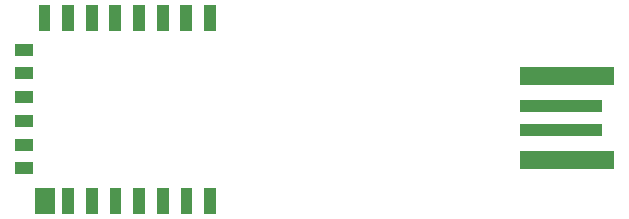
<source format=gtp>
G04 Layer: TopPasteMaskLayer*
G04 EasyEDA v6.1.52, Mon, 22 Jul 2019 07:30:32 GMT*
G04 48bfd73402ea4c338a6de7f667507198,62ece946848449f3960951035e99d9e0,10*
G04 Gerber Generator version 0.2*
G04 Scale: 100 percent, Rotated: No, Reflected: No *
G04 Dimensions in millimeters *
G04 leading zeros omitted , absolute positions ,3 integer and 3 decimal *
%FSLAX33Y33*%
%MOMM*%
G90*
G71D02*

%ADD17R,1.499997X0.999998*%

%LPD*%
G36*
G01X51492Y14859D02*
G01X51492Y13359D01*
G01X43492Y13359D01*
G01X43492Y14859D01*
G01X51492Y14859D01*
G37*
G36*
G01X50483Y12060D02*
G01X50483Y11060D01*
G01X43483Y11060D01*
G01X43483Y12060D01*
G01X50483Y12060D01*
G37*
G36*
G01X50483Y10020D02*
G01X50483Y9020D01*
G01X43483Y9020D01*
G01X43483Y10020D01*
G01X50483Y10020D01*
G37*
G36*
G01X51492Y7719D02*
G01X51492Y6219D01*
G01X43492Y6219D01*
G01X43492Y7719D01*
G01X51492Y7719D01*
G37*
G36*
G01X17771Y20154D02*
G01X17771Y17954D01*
G01X16771Y17954D01*
G01X16771Y20154D01*
G01X17771Y20154D01*
G37*
G36*
G01X15760Y20153D02*
G01X15760Y17953D01*
G01X14760Y17953D01*
G01X14760Y20153D01*
G01X15760Y20153D01*
G37*
G36*
G01X13767Y20152D02*
G01X13767Y17952D01*
G01X12767Y17952D01*
G01X12767Y20152D01*
G01X13767Y20152D01*
G37*
G36*
G01X11758Y20153D02*
G01X11758Y17953D01*
G01X10758Y17953D01*
G01X10758Y20153D01*
G01X11758Y20153D01*
G37*
G36*
G01X9762Y20153D02*
G01X9762Y17953D01*
G01X8762Y17953D01*
G01X8762Y20153D01*
G01X9762Y20153D01*
G37*
G36*
G01X7767Y20153D02*
G01X7767Y17953D01*
G01X6766Y17953D01*
G01X6766Y20153D01*
G01X7767Y20153D01*
G37*
G36*
G01X5763Y20154D02*
G01X5763Y17954D01*
G01X4762Y17954D01*
G01X4762Y20154D01*
G01X5763Y20154D01*
G37*
G36*
G01X3767Y20153D02*
G01X3767Y17953D01*
G01X2766Y17953D01*
G01X2766Y20153D01*
G01X3767Y20153D01*
G37*
G36*
G01X17777Y4646D02*
G01X17777Y2446D01*
G01X16777Y2446D01*
G01X16777Y4646D01*
G01X17777Y4646D01*
G37*
G36*
G01X15778Y4645D02*
G01X15778Y2445D01*
G01X14777Y2445D01*
G01X14777Y4645D01*
G01X15778Y4645D01*
G37*
G36*
G01X13778Y4644D02*
G01X13778Y2444D01*
G01X12778Y2444D01*
G01X12778Y4644D01*
G01X13778Y4644D01*
G37*
G36*
G01X11779Y4645D02*
G01X11779Y2445D01*
G01X10779Y2445D01*
G01X10779Y4645D01*
G01X11779Y4645D01*
G37*
G36*
G01X9777Y4646D02*
G01X9777Y2446D01*
G01X8776Y2446D01*
G01X8776Y4646D01*
G01X9777Y4646D01*
G37*
G36*
G01X7777Y4645D02*
G01X7777Y2445D01*
G01X6777Y2445D01*
G01X6777Y4645D01*
G01X7777Y4645D01*
G37*
G36*
G01X5777Y4646D02*
G01X5777Y2446D01*
G01X4777Y2446D01*
G01X4777Y4646D01*
G01X5777Y4646D01*
G37*
G36*
G01X4130Y4645D02*
G01X4130Y2446D01*
G01X2429Y2446D01*
G01X2429Y4645D01*
G01X4130Y4645D01*
G37*
G54D17*
G01X1527Y12314D03*
G01X1524Y14327D03*
G01X1511Y16319D03*
G01X1534Y6286D03*
G01X1529Y8301D03*
G01X1527Y10315D03*
M00*
M02*

</source>
